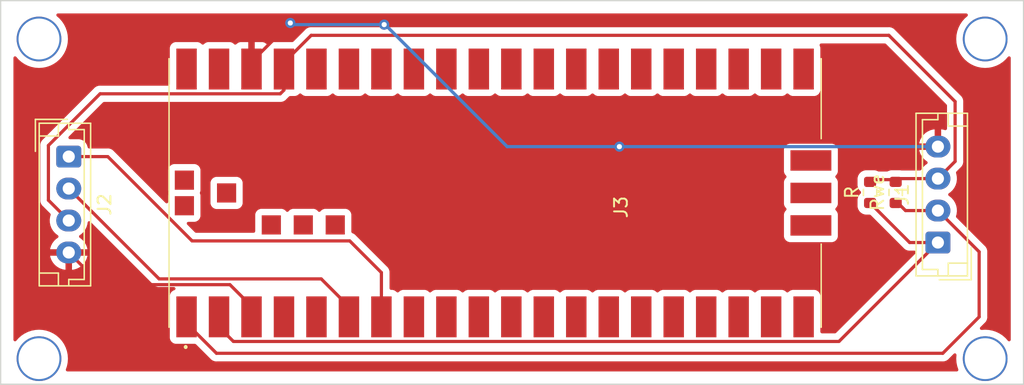
<source format=kicad_pcb>
(kicad_pcb (version 20211014) (generator pcbnew)
  (layers (0 "F.Cu" signal) (31 "B.Cu" signal) (34 "B.Paste" user) (35 "F.Paste" user) (36 "B.SilkS" user "B.Silkscreen") (37 "F.SilkS" user "F.Silkscreen") (38 "B.Mask" user) (39 "F.Mask" user) (44 "Edge.Cuts" user))
  (net 0 "")
  (net 1 "/SCL")
  (net 2 "/SDA")
  (net 3 "/3V3")
  (net 4 "/GND")
  (net 5 "/Tx")
  (net 6 "/Rx")
  (footprint "Resistor_SMD:R_0603_1608Metric" (layer "F.Cu") (at 150 100 90)
    (fp_text reference "Rwe" (at 0 -1.43 90) (layer "F.SilkS"))
    (fp_text value "10k")
    (fp_line (start -0.237258 -0.5225) (end 0.237258 -0.5225) (layer "F.SilkS") (width 0.12))
    (fp_line (start -0.237258 0.5225) (end 0.237258 0.5225) (layer "F.SilkS") (width 0.12))
    (pad "1" smd roundrect (at -0.825 0 90) (size 0.8 0.95) (layers "F.Cu" "F.Paste" "F.Mask") (net 2 "/SDA"))
    (pad "2" smd roundrect (at 0.825 0 90) (size 0.8 0.95) (layers "F.Cu" "F.Paste" "F.Mask") (net 3 "/3V3"))
  )
  (footprint "Resistor_SMD:R_0603_1608Metric" (layer "F.Cu") (at 148 100 90)
    (fp_text reference "R" (at 0 -1.43 90) (layer "F.SilkS"))
    (fp_text value "10k")
    (fp_line (start -0.237258 -0.5225) (end 0.237258 -0.5225) (layer "F.SilkS") (width 0.12))
    (fp_line (start -0.237258 0.5225) (end 0.237258 0.5225) (layer "F.SilkS") (width 0.12))
    (pad "1" smd roundrect (at -0.825 0 90) (size 0.8 0.95) (layers "F.Cu" "F.Paste" "F.Mask") (net 1 "/SCL"))
    (pad "2" smd roundrect (at 0.825 0 90) (size 0.8 0.95) (layers "F.Cu" "F.Paste" "F.Mask") (net 3 "/3V3"))
  )
  (footprint "RaspberryPiPico:RaspberryPiPico" (layer "F.Cu") (at 129.02 101.15 90)
    (fp_text reference "J3" (at 0 -0.5 90 unlocked) (layer "F.SilkS"))
    (fp_text value "Conn_02x20_Counter_Clockwise")
    (fp_line (start -9.39 15.15) (end -9.39 15.15) (layer "F.SilkS") (width 0.1))
    (fp_line (start 5.36 15.15) (end 5.36 15.15) (layer "F.SilkS") (width 0.1))
    (fp_line (start -10.89 -34.55) (end -10.89 -34.55) (layer "F.SilkS") (width 0.2))
    (fp_line (start -9.39 15.15) (end -2.89 15.15) (layer "F.SilkS") (width 0.1))
    (fp_line (start -2.89 15.15) (end -2.89 15.15) (layer "F.SilkS") (width 0.1))
    (fp_line (start 11.61 -35.85) (end -9.39 -35.85) (layer "F.SilkS") (width 0.1))
    (fp_line (start -9.39 -35.85) (end 11.61 -35.85) (layer "F.SilkS") (width 0.1))
    (fp_line (start 5.36 15.15) (end 11.61 15.15) (layer "F.SilkS") (width 0.1))
    (fp_line (start -10.99 -34.55) (end -10.99 -34.55) (layer "F.SilkS") (width 0.2))
    (fp_line (start 11.61 -35.85) (end 11.61 -35.85) (layer "F.SilkS") (width 0.1))
    (fp_line (start 11.61 15.15) (end 11.61 15.15) (layer "F.SilkS") (width 0.1))
    (fp_line (start -2.89 15.15) (end -9.39 15.15) (layer "F.SilkS") (width 0.1))
    (fp_line (start 11.61 15.15) (end 5.36 15.15) (layer "F.SilkS") (width 0.1))
    (fp_line (start -9.39 -35.85) (end -9.39 -35.85) (layer "F.SilkS") (width 0.1))
    (fp_line (start -10.99 -34.55) (end -10.99 -34.55) (layer "F.SilkS") (width 0.2))
    (fp_arc (start -10.99 -34.55) (mid -10.94 -34.6) (end -10.89 -34.55) (layer "F.SilkS") (width 0.2))
    (fp_arc (start -10.89 -34.55) (mid -10.94 -34.5) (end -10.99 -34.55) (layer "F.SilkS") (width 0.2))
    (fp_arc (start -10.89 -34.55) (mid -10.94 -34.5) (end -10.99 -34.55) (layer "F.SilkS") (width 0.2))
    (pad "1" smd rect (at -8.58 -34.48 180) (size 1.6 3.2) (layers "F.Cu" "F.Paste" "F.Mask") (net 2 "/SDA"))
    (pad "2" smd rect (at -8.58 -31.94 180) (size 1.6 3.2) (layers "F.Cu" "F.Paste" "F.Mask") (net 1 "/SCL"))
    (pad "3" smd rect (at -8.58 -29.4 180) (size 1.6 3.2) (layers "F.Cu" "F.Paste" "F.Mask") (net 4 "/GND"))
    (pad "4" smd rect (at -8.58 -26.86 180) (size 1.6 3.2) (layers "F.Cu" "F.Paste" "F.Mask"))
    (pad "5" smd rect (at -8.58 -24.32 180) (size 1.6 3.2) (layers "F.Cu" "F.Paste" "F.Mask"))
    (pad "6" smd rect (at -8.58 -21.78 180) (size 1.6 3.2) (layers "F.Cu" "F.Paste" "F.Mask") (net 6 "/Rx"))
    (pad "7" smd rect (at -8.58 -19.24 180) (size 1.6 3.2) (layers "F.Cu" "F.Paste" "F.Mask") (net 5 "/Tx"))
    (pad "8" smd rect (at -8.58 -16.7 180) (size 1.6 3.2) (layers "F.Cu" "F.Paste" "F.Mask"))
    (pad "9" smd rect (at -8.58 -14.16 180) (size 1.6 3.2) (layers "F.Cu" "F.Paste" "F.Mask"))
    (pad "10" smd rect (at -8.58 -11.62 180) (size 1.6 3.2) (layers "F.Cu" "F.Paste" "F.Mask"))
    (pad "11" smd rect (at -8.58 -9.08 180) (size 1.6 3.2) (layers "F.Cu" "F.Paste" "F.Mask"))
    (pad "12" smd rect (at -8.58 -6.54 180) (size 1.6 3.2) (layers "F.Cu" "F.Paste" "F.Mask" "Eco1.User"))
    (pad "13" smd rect (at -8.58 -4 180) (size 1.6 3.2) (layers "F.Cu" "F.Paste" "F.Mask"))
    (pad "14" smd rect (at -8.58 -1.46 180) (size 1.6 3.2) (layers "F.Cu" "F.Paste" "F.Mask"))
    (pad "15" smd rect (at -8.58 1.08 180) (size 1.6 3.2) (layers "F.Cu" "F.Paste" "F.Mask"))
    (pad "16" smd rect (at -8.58 3.62 180) (size 1.6 3.2) (layers "F.Cu" "F.Paste" "F.Mask"))
    (pad "17" smd rect (at -8.58 6.16 180) (size 1.6 3.2) (layers "F.Cu" "F.Paste" "F.Mask"))
    (pad "18" smd rect (at -8.58 8.7 180) (size 1.6 3.2) (layers "F.Cu" "F.Paste" "F.Mask"))
    (pad "19" smd rect (at -8.58 11.24 180) (size 1.6 3.2) (layers "F.Cu" "F.Paste" "F.Mask"))
    (pad "20" smd rect (at -8.58 13.78 180) (size 1.6 3.2) (layers "F.Cu" "F.Paste" "F.Mask"))
    (pad "21" smd rect (at 10.8 13.78 180) (size 1.6 3.2) (layers "F.Cu" "F.Paste" "F.Mask"))
    (pad "22" smd rect (at 10.8 11.24 180) (size 1.6 3.2) (layers "F.Cu" "F.Paste" "F.Mask"))
    (pad "23" smd rect (at 10.8 8.7 180) (size 1.6 3.2) (layers "F.Cu" "F.Paste" "F.Mask"))
    (pad "24" smd rect (at 10.8 6.16 180) (size 1.6 3.2) (layers "F.Cu" "F.Paste" "F.Mask"))
    (pad "25" smd rect (at 10.8 3.62 180) (size 1.6 3.2) (layers "F.Cu" "F.Paste" "F.Mask"))
    (pad "26" smd rect (at 10.8 1.08 180) (size 1.6 3.2) (layers "F.Cu" "F.Paste" "F.Mask"))
    (pad "27" smd rect (at 10.8 -1.46 180) (size 1.6 3.2) (layers "F.Cu" "F.Paste" "F.Mask"))
    (pad "28" smd rect (at 10.8 -4 180) (size 1.6 3.2) (layers "F.Cu" "F.Paste" "F.Mask"))
    (pad "29" smd rect (at 10.8 -6.54 180) (size 1.6 3.2) (layers "F.Cu" "F.Paste" "F.Mask"))
    (pad "30" smd rect (at 10.8 -9.08 180) (size 1.6 3.2) (layers "F.Cu" "F.Paste" "F.Mask"))
    (pad "31" smd rect (at 10.8 -11.62 180) (size 1.6 3.2) (layers "F.Cu" "F.Paste" "F.Mask"))
    (pad "32" smd rect (at 10.8 -14.16 180) (size 1.6 3.2) (layers "F.Cu" "F.Paste" "F.Mask"))
    (pad "33" smd rect (at 10.8 -16.7 180) (size 1.6 3.2) (layers "F.Cu" "F.Paste" "F.Mask"))
    (pad "34" smd rect (at 10.8 -19.24 180) (size 1.6 3.2) (layers "F.Cu" "F.Paste" "F.Mask"))
    (pad "35" smd rect (at 10.8 -21.78 180) (size 1.6 3.2) (layers "F.Cu" "F.Paste" "F.Mask"))
    (pad "36" smd rect (at 10.8 -24.32 180) (size 1.6 3.2) (layers "F.Cu" "F.Paste" "F.Mask"))
    (pad "37" smd rect (at 10.8 -26.86 180) (size 1.6 3.2) (layers "F.Cu" "F.Paste" "F.Mask") (net 3 "/3V3"))
    (pad "38" smd rect (at 10.8 -29.4 180) (size 1.6 3.2) (layers "F.Cu" "F.Paste" "F.Mask") (net 4 "/GND"))
    (pad "39" smd rect (at 10.8 -31.94 180) (size 1.6 3.2) (layers "F.Cu" "F.Paste" "F.Mask"))
    (pad "40" smd rect (at 10.8 -34.48 180) (size 1.6 3.2) (layers "F.Cu" "F.Paste" "F.Mask"))
    (pad "D1" smd rect (at -1.43 14.35 90) (size 1.6 3.2) (layers "F.Cu" "F.Paste" "F.Mask"))
    (pad "D2" smd rect (at 1.11 14.35 90) (size 1.6 3.2) (layers "F.Cu" "F.Paste" "F.Mask"))
    (pad "D3" smd rect (at 3.65 14.35 90) (size 1.6 3.2) (layers "F.Cu" "F.Paste" "F.Mask"))
    (pad "TP1" smd rect (at 1.11 -31.35 180) (size 1.5 1.5) (layers "F.Cu" "F.Paste" "F.Mask"))
    (pad "TP2" smd rect (at 2.11 -34.65 180) (size 1.5 1.5) (layers "F.Cu" "F.Paste" "F.Mask"))
    (pad "TP3" smd rect (at 0.11 -34.65 180) (size 1.5 1.5) (layers "F.Cu" "F.Paste" "F.Mask"))
    (pad "TP4" smd rect (at -1.39 -27.85 180) (size 1.5 1.5) (layers "F.Cu" "F.Paste" "F.Mask"))
    (pad "TP5" smd rect (at -1.39 -25.35 180) (size 1.5 1.5) (layers "F.Cu" "F.Paste" "F.Mask"))
    (pad "TP6" smd rect (at -1.39 -22.85 180) (size 1.5 1.5) (layers "F.Cu" "F.Paste" "F.Mask"))
  )
  (footprint "Connector_JST:JST_EH_B4B-EH-A_1x04_P2.50mm_Vertical" (layer "F.Cu") (at 85.3272 97.1968 -90)
    (fp_text reference "J2" (at 3.75 -2.8 90) (layer "F.SilkS"))
    (fp_text value "Conn_01x04_Shielded")
    (fp_line (start 10.11 2.31) (end 10.11 -1.71) (layer "F.SilkS") (width 0.12))
    (fp_line (start -1.61 0.81) (end -1.61 2.31) (layer "F.SilkS") (width 0.12))
    (fp_line (start 10.11 -1.71) (end -2.61 -1.71) (layer "F.SilkS") (width 0.12))
    (fp_line (start -2.91 2.61) (end -0.41 2.61) (layer "F.SilkS") (width 0.12))
    (fp_line (start -2.61 -1.71) (end -2.61 2.31) (layer "F.SilkS") (width 0.12))
    (fp_line (start 10.11 0.81) (end 9.11 0.81) (layer "F.SilkS") (width 0.12))
    (fp_line (start -2.61 0.81) (end -1.61 0.81) (layer "F.SilkS") (width 0.12))
    (fp_line (start -2.11 0) (end -2.11 -1.21) (layer "F.SilkS") (width 0.12))
    (fp_line (start -2.11 -1.21) (end 9.61 -1.21) (layer "F.SilkS") (width 0.12))
    (fp_line (start 9.61 0) (end 10.11 0) (layer "F.SilkS") (width 0.12))
    (fp_line (start -2.61 0) (end -2.11 0) (layer "F.SilkS") (width 0.12))
    (fp_line (start 9.11 0.81) (end 9.11 2.31) (layer "F.SilkS") (width 0.12))
    (fp_line (start 9.61 -1.21) (end 9.61 0) (layer "F.SilkS") (width 0.12))
    (fp_line (start -2.91 0.11) (end -2.91 2.61) (layer "F.SilkS") (width 0.12))
    (fp_line (start -2.61 2.31) (end 10.11 2.31) (layer "F.SilkS") (width 0.12))
    (pad "1" thru_hole roundrect (at 0 0 270) (size 1.7 1.95) (drill 0.95) (layers *.Cu *.Mask) (roundrect_rratio 0.1470588235) (net 5 "/Tx"))
    (pad "2" thru_hole oval (at 2.5 0 270) (size 1.7 1.95) (drill 0.95) (layers *.Cu *.Mask) (net 6 "/Rx"))
    (pad "3" thru_hole oval (at 5 0 270) (size 1.7 1.95) (drill 0.95) (layers *.Cu *.Mask) (net 3 "/3V3"))
    (pad "4" thru_hole oval (at 7.5 0 270) (size 1.7 1.95) (drill 0.95) (layers *.Cu *.Mask) (net 4 "/GND"))
  )
  (footprint "Connector_JST:JST_EH_B4B-EH-A_1x04_P2.50mm_Vertical" (layer "F.Cu") (at 153.3024 103.9186 90)
    (fp_text reference "J1" (at 3.75 -2.8 90) (layer "F.SilkS"))
    (fp_text value "Conn_01x04_Shielded")
    (fp_line (start -2.61 -1.71) (end -2.61 2.31) (layer "F.SilkS") (width 0.12))
    (fp_line (start -2.91 0.11) (end -2.91 2.61) (layer "F.SilkS") (width 0.12))
    (fp_line (start -2.91 2.61) (end -0.41 2.61) (layer "F.SilkS") (width 0.12))
    (fp_line (start -2.61 2.31) (end 10.11 2.31) (layer "F.SilkS") (width 0.12))
    (fp_line (start -2.61 0.81) (end -1.61 0.81) (layer "F.SilkS") (width 0.12))
    (fp_line (start -2.11 -1.21) (end 9.61 -1.21) (layer "F.SilkS") (width 0.12))
    (fp_line (start 10.11 0.81) (end 9.11 0.81) (layer "F.SilkS") (width 0.12))
    (fp_line (start -1.61 0.81) (end -1.61 2.31) (layer "F.SilkS") (width 0.12))
    (fp_line (start 9.61 0) (end 10.11 0) (layer "F.SilkS") (width 0.12))
    (fp_line (start 10.11 -1.71) (end -2.61 -1.71) (layer "F.SilkS") (width 0.12))
    (fp_line (start 10.11 2.31) (end 10.11 -1.71) (layer "F.SilkS") (width 0.12))
    (fp_line (start 9.61 -1.21) (end 9.61 0) (layer "F.SilkS") (width 0.12))
    (fp_line (start -2.11 0) (end -2.11 -1.21) (layer "F.SilkS") (width 0.12))
    (fp_line (start 9.11 0.81) (end 9.11 2.31) (layer "F.SilkS") (width 0.12))
    (fp_line (start -2.61 0) (end -2.11 0) (layer "F.SilkS") (width 0.12))
    (pad "1" thru_hole roundrect (at 0 0 90) (size 1.7 1.95) (drill 0.95) (layers *.Cu *.Mask) (roundrect_rratio 0.1470588235) (net 1 "/SCL"))
    (pad "2" thru_hole oval (at 2.5 0 90) (size 1.7 1.95) (drill 0.95) (layers *.Cu *.Mask) (net 2 "/SDA"))
    (pad "3" thru_hole oval (at 5 0 90) (size 1.7 1.95) (drill 0.95) (layers *.Cu *.Mask) (net 3 "/3V3"))
    (pad "4" thru_hole oval (at 7.5 0 90) (size 1.7 1.95) (drill 0.95) (layers *.Cu *.Mask) (net 4 "/GND"))
  )
  (gr_line (start 80 85) (end 160 85) (layer "Edge.Cuts") (width 0.1))
  (gr_line (start 160 115) (end 80 115) (layer "Edge.Cuts") (width 0.1))
  (gr_line (start 160 85) (end 160 115) (layer "Edge.Cuts") (width 0.1))
  (gr_line (start 80 115) (end 80 85) (layer "Edge.Cuts") (width 0.1))
  (via (at 83 113) (size 3.5) (drill 3.2) (layers "F.Cu" "B.Cu") (net 0))
  (via (at 157 88) (size 3.5) (drill 3.2) (layers "F.Cu" "B.Cu") (net 0))
  (via (at 83 88) (size 3.5) (drill 3.2) (layers "F.Cu" "B.Cu") (net 0))
  (via (at 157 113) (size 3.5) (drill 3.2) (layers "F.Cu" "B.Cu") (net 0))
  (segment (start 98.205 111.655) (end 145.566 111.655) (width 0.25) (layer "F.Cu") (net 1))
  (segment (start 97.08 110.53) (end 98.205 111.655) (width 0.25) (layer "F.Cu") (net 1))
  (segment (start 148 100.825) (end 151.0936 103.9186) (width 0.25) (layer "F.Cu") (net 1))
  (segment (start 145.566 111.655) (end 153.3024 103.9186) (width 0.25) (layer "F.Cu") (net 1))
  (segment (start 97.08 109.73) (end 97.08 110.53) (width 0.25) (layer "F.Cu") (net 1))
  (segment (start 151.0936 103.9186) (end 153.3024 103.9186) (width 0.25) (layer "F.Cu") (net 1))
  (segment (start 94.54 110.24) (end 96.88 112.58) (width 0.25) (layer "F.Cu") (net 2))
  (segment (start 156.5282 104.6444) (end 153.3024 101.4186) (width 0.25) (layer "F.Cu") (net 2))
  (segment (start 153.6834 112.58) (end 156.5282 109.7352) (width 0.25) (layer "F.Cu") (net 2))
  (segment (start 156.5282 109.7352) (end 156.5282 104.6444) (width 0.25) (layer "F.Cu") (net 2))
  (segment (start 96.88 112.58) (end 153.6834 112.58) (width 0.25) (layer "F.Cu") (net 2))
  (segment (start 150 100.65) (end 150.7686 101.4186) (width 0.25) (layer "F.Cu") (net 2))
  (segment (start 150.7686 101.4186) (end 153.3024 101.4186) (width 0.25) (layer "F.Cu") (net 2))
  (segment (start 94.54 109.73) (end 94.54 110.24) (width 0.25) (layer "F.Cu") (net 2))
  (segment (start 83.736467 96.326799) (end 87.777866 92.2854) (width 0.25) (layer "F.Cu") (net 3))
  (segment (start 85.3272 102.1968) (end 83.736467 100.606067) (width 0.25) (layer "F.Cu") (net 3))
  (segment (start 102.16 91.9928) (end 102.16 90.35) (width 0.25) (layer "F.Cu") (net 3))
  (segment (start 102.16 89.84) (end 102.16 90.35) (width 0.25) (layer "F.Cu") (net 3))
  (segment (start 101.8674 92.2854) (end 102.16 91.9928) (width 0.25) (layer "F.Cu") (net 3))
  (segment (start 150.0814 98.9186) (end 150 99) (width 0.25) (layer "F.Cu") (net 3))
  (segment (start 149.467 87.7134) (end 104.2866 87.7134) (width 0.25) (layer "F.Cu") (net 3))
  (segment (start 83.736467 100.606067) (end 83.736467 96.326799) (width 0.25) (layer "F.Cu") (net 3))
  (segment (start 150 99) (end 148.175 99) (width 0.25) (layer "F.Cu") (net 3))
  (segment (start 153.3024 98.9186) (end 154.6486 97.5724) (width 0.25) (layer "F.Cu") (net 3))
  (segment (start 154.6486 97.5724) (end 154.6486 92.895) (width 0.25) (layer "F.Cu") (net 3))
  (segment (start 87.777866 92.2854) (end 101.8674 92.2854) (width 0.25) (layer "F.Cu") (net 3))
  (segment (start 148.175 99) (end 148 99.175) (width 0.25) (layer "F.Cu") (net 3))
  (segment (start 153.3024 98.9186) (end 150.0814 98.9186) (width 0.25) (layer "F.Cu") (net 3))
  (segment (start 104.2866 87.7134) (end 102.16 89.84) (width 0.25) (layer "F.Cu") (net 3))
  (segment (start 154.6486 92.895) (end 149.467 87.7134) (width 0.25) (layer "F.Cu") (net 3))
  (segment (start 99.62 108.903) (end 99.62 109.73) (width 0.25) (layer "F.Cu") (net 4))
  (segment (start 97.9304 107.2134) (end 99.62 108.903) (width 0.25) (layer "F.Cu") (net 4))
  (segment (start 99.62 89.783) (end 99.62 90.35) (width 0.25) (layer "F.Cu") (net 4))
  (segment (start 87.8438 107.2134) (end 97.9304 107.2134) (width 0.25) (layer "F.Cu") (net 4))
  (segment (start 102.6548 86.7482) (end 99.62 89.783) (width 0.25) (layer "F.Cu") (net 4))
  (segment (start 85.3272 104.6968) (end 87.8438 107.2134) (width 0.25) (layer "F.Cu") (net 4))
  (via (at 109.9954 86.8752) (size 0.8) (drill 0.4) (layers "F.Cu" "B.Cu") (net 4))
  (via (at 128.392 96.4186) (size 0.8) (drill 0.4) (layers "F.Cu" "B.Cu") (net 4))
  (via (at 102.6548 86.7482) (size 0.8) (drill 0.4) (layers "F.Cu" "B.Cu") (net 4))
  (segment (start 119.615 96.4186) (end 128.392 96.4186) (width 0.25) (layer "B.Cu") (net 4))
  (segment (start 102.7818 86.8752) (end 102.6548 86.7482) (width 0.25) (layer "B.Cu") (net 4))
  (segment (start 109.9954 86.8752) (end 110.0716 86.8752) (width 0.25) (layer "B.Cu") (net 4))
  (segment (start 153.3024 96.4186) (end 128.392 96.4186) (width 0.25) (layer "B.Cu") (net 4))
  (segment (start 109.9954 86.8752) (end 102.7818 86.8752) (width 0.25) (layer "B.Cu") (net 4))
  (segment (start 110.0716 86.8752) (end 119.615 96.4186) (width 0.25) (layer "B.Cu") (net 4))
  (segment (start 94.9716 103.7916) (end 88.3768 97.1968) (width 0.25) (layer "F.Cu") (net 5))
  (segment (start 109.78 109.73) (end 109.78 106.2686) (width 0.25) (layer "F.Cu") (net 5))
  (segment (start 109.78 106.2686) (end 107.303 103.7916) (width 0.25) (layer "F.Cu") (net 5))
  (segment (start 107.303 103.7916) (end 94.9716 103.7916) (width 0.25) (layer "F.Cu") (net 5))
  (segment (start 88.3768 97.1968) (end 85.3272 97.1968) (width 0.25) (layer "F.Cu") (net 5))
  (segment (start 105.0734 106.7634) (end 92.3938 106.7634) (width 0.25) (layer "F.Cu") (net 6))
  (segment (start 107.24 108.93) (end 105.0734 106.7634) (width 0.25) (layer "F.Cu") (net 6))
  (segment (start 107.24 109.73) (end 107.24 108.93) (width 0.25) (layer "F.Cu") (net 6))
  (segment (start 92.3938 106.7634) (end 85.3272 99.6968) (width 0.25) (layer "F.Cu") (net 6))
  (zone (net 4) (net_name "/GND") (layer "F.Cu") (connect_pads (clearance 0.508)) (min_thickness 0.254) (fill yes (thermal_gap 0.508) (thermal_bridge_width 0.508))
    (polygon (pts (xy 159 114) (xy 81 114) (xy 81 86) (xy 159 86)))
  )
)
</source>
